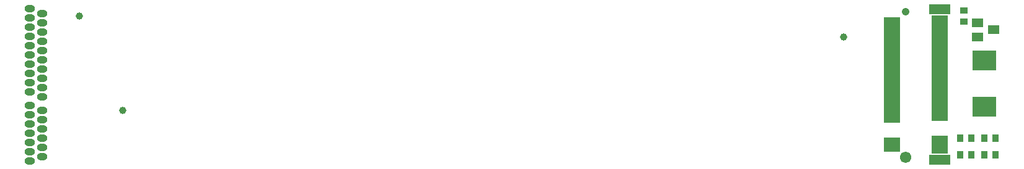
<source format=gts>
G04*
G04 #@! TF.GenerationSoftware,Altium Limited,Altium Designer,22.3.1 (43)*
G04*
G04 Layer_Color=8388736*
%FSLAX25Y25*%
%MOIN*%
G70*
G04*
G04 #@! TF.SameCoordinates,E818B628-65F0-44BA-8D72-483C3118F3C7*
G04*
G04*
G04 #@! TF.FilePolarity,Negative*
G04*
G01*
G75*
%ADD19C,0.03937*%
%ADD20R,0.08674X0.01981*%
%ADD21R,0.11627X0.05524*%
%ADD22R,0.03950X0.03792*%
%ADD23R,0.12611X0.11036*%
%ADD24R,0.03792X0.03950*%
%ADD25R,0.06312X0.04737*%
%ADD26O,0.05721X0.03950*%
%ADD27C,0.04134*%
%ADD28C,0.06102*%
D19*
X120487Y311500D02*
D03*
X508282Y351100D02*
D03*
X97000Y362531D02*
D03*
D20*
X534161Y360936D02*
D03*
Y358968D02*
D03*
Y356999D02*
D03*
Y355031D02*
D03*
Y353062D02*
D03*
Y351094D02*
D03*
Y349125D02*
D03*
Y347157D02*
D03*
Y345188D02*
D03*
Y343220D02*
D03*
Y341251D02*
D03*
Y339283D02*
D03*
Y337314D02*
D03*
Y335346D02*
D03*
Y333377D02*
D03*
Y331409D02*
D03*
Y329440D02*
D03*
Y327472D02*
D03*
Y325503D02*
D03*
Y323535D02*
D03*
Y321566D02*
D03*
Y319598D02*
D03*
Y317629D02*
D03*
Y315661D02*
D03*
Y313692D02*
D03*
Y311724D02*
D03*
Y309755D02*
D03*
Y307787D02*
D03*
Y295975D02*
D03*
Y294007D02*
D03*
Y292038D02*
D03*
X559952Y361921D02*
D03*
Y359953D02*
D03*
Y357984D02*
D03*
Y356016D02*
D03*
Y354047D02*
D03*
Y352079D02*
D03*
Y350110D02*
D03*
Y348142D02*
D03*
Y346173D02*
D03*
Y306803D02*
D03*
D03*
Y344205D02*
D03*
Y342236D02*
D03*
Y340268D02*
D03*
Y338299D02*
D03*
Y336331D02*
D03*
Y334362D02*
D03*
Y332394D02*
D03*
Y330425D02*
D03*
Y328457D02*
D03*
Y326488D02*
D03*
Y324520D02*
D03*
Y322551D02*
D03*
Y320583D02*
D03*
Y318614D02*
D03*
Y316646D02*
D03*
Y314677D02*
D03*
Y312709D02*
D03*
Y310740D02*
D03*
Y308772D02*
D03*
Y296960D02*
D03*
X534161Y305818D02*
D03*
Y290070D02*
D03*
X559952Y294993D02*
D03*
Y293023D02*
D03*
Y291053D02*
D03*
Y289086D02*
D03*
D21*
X559951Y284752D02*
D03*
Y366248D02*
D03*
D22*
X572850Y359508D02*
D03*
Y365492D02*
D03*
D23*
X583850Y338598D02*
D03*
Y313402D02*
D03*
D24*
X576842Y287500D02*
D03*
X570858D02*
D03*
X589843Y296500D02*
D03*
X583858D02*
D03*
X576842D02*
D03*
X570858D02*
D03*
X583858Y287500D02*
D03*
X589843D02*
D03*
D25*
X580189Y358740D02*
D03*
Y351260D02*
D03*
X588850Y355000D02*
D03*
D26*
X70468Y309093D02*
D03*
X77043Y318963D02*
D03*
Y353963D02*
D03*
Y363963D02*
D03*
Y358963D02*
D03*
Y348963D02*
D03*
Y328963D02*
D03*
Y343963D02*
D03*
Y338963D02*
D03*
Y333963D02*
D03*
Y323963D02*
D03*
Y291593D02*
D03*
Y311593D02*
D03*
Y306593D02*
D03*
Y301593D02*
D03*
Y296593D02*
D03*
X70468Y284093D02*
D03*
X77043Y286593D02*
D03*
X70468Y289093D02*
D03*
Y304093D02*
D03*
Y299093D02*
D03*
Y294093D02*
D03*
Y321463D02*
D03*
Y326463D02*
D03*
Y314093D02*
D03*
Y366463D02*
D03*
Y361463D02*
D03*
Y356463D02*
D03*
Y351463D02*
D03*
Y346463D02*
D03*
Y341463D02*
D03*
Y336463D02*
D03*
Y331463D02*
D03*
D27*
X541445Y364873D02*
D03*
D28*
Y286133D02*
D03*
M02*

</source>
